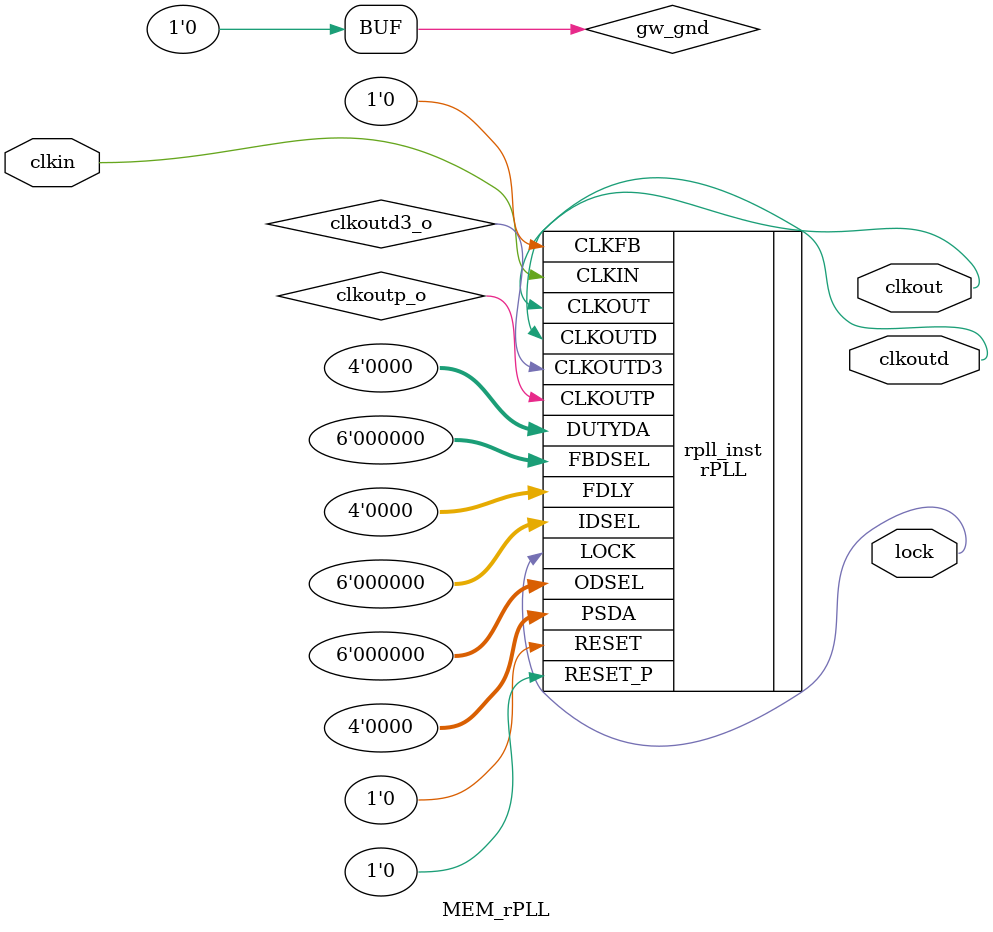
<source format=v>

module MEM_rPLL (clkout, lock, clkoutd, clkin);

output clkout;
output lock;
output clkoutd;
input clkin;

wire clkoutp_o;
wire clkoutd3_o;
wire gw_gnd;

assign gw_gnd = 1'b0;

rPLL rpll_inst (
    .CLKOUT(clkout),
    .LOCK(lock),
    .CLKOUTP(clkoutp_o),
    .CLKOUTD(clkoutd),
    .CLKOUTD3(clkoutd3_o),
    .RESET(gw_gnd),
    .RESET_P(gw_gnd),
    .CLKIN(clkin),
    .CLKFB(gw_gnd),
    .FBDSEL({gw_gnd,gw_gnd,gw_gnd,gw_gnd,gw_gnd,gw_gnd}),
    .IDSEL({gw_gnd,gw_gnd,gw_gnd,gw_gnd,gw_gnd,gw_gnd}),
    .ODSEL({gw_gnd,gw_gnd,gw_gnd,gw_gnd,gw_gnd,gw_gnd}),
    .PSDA({gw_gnd,gw_gnd,gw_gnd,gw_gnd}),
    .DUTYDA({gw_gnd,gw_gnd,gw_gnd,gw_gnd}),
    .FDLY({gw_gnd,gw_gnd,gw_gnd,gw_gnd})
);

defparam rpll_inst.FCLKIN = "27";
defparam rpll_inst.DYN_IDIV_SEL = "false";
defparam rpll_inst.IDIV_SEL = 3;
defparam rpll_inst.DYN_FBDIV_SEL = "false";
defparam rpll_inst.FBDIV_SEL = 58;
defparam rpll_inst.DYN_ODIV_SEL = "false";
defparam rpll_inst.ODIV_SEL = 2;
defparam rpll_inst.PSDA_SEL = "0000";
defparam rpll_inst.DYN_DA_EN = "true";
defparam rpll_inst.DUTYDA_SEL = "1000";
defparam rpll_inst.CLKOUT_FT_DIR = 1'b1;
defparam rpll_inst.CLKOUTP_FT_DIR = 1'b1;
defparam rpll_inst.CLKOUT_DLY_STEP = 0;
defparam rpll_inst.CLKOUTP_DLY_STEP = 0;
defparam rpll_inst.CLKFB_SEL = "internal";
defparam rpll_inst.CLKOUT_BYPASS = "false";
defparam rpll_inst.CLKOUTP_BYPASS = "false";
defparam rpll_inst.CLKOUTD_BYPASS = "false";
defparam rpll_inst.DYN_SDIV_SEL = 2;
defparam rpll_inst.CLKOUTD_SRC = "CLKOUT";
defparam rpll_inst.CLKOUTD3_SRC = "CLKOUT";
defparam rpll_inst.DEVICE = "GW2A-18C";

endmodule //MEM_rPLL

</source>
